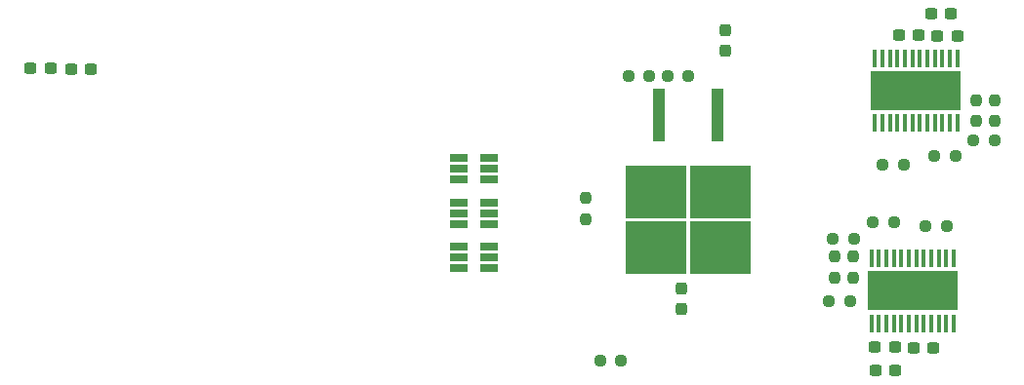
<source format=gbr>
%TF.GenerationSoftware,KiCad,Pcbnew,(6.0.2)*%
%TF.CreationDate,2023-02-07T01:45:27+03:00*%
%TF.ProjectId,Pistol_Camera_Driver,50697374-6f6c-45f4-9361-6d6572615f44,rev?*%
%TF.SameCoordinates,Original*%
%TF.FileFunction,Paste,Bot*%
%TF.FilePolarity,Positive*%
%FSLAX46Y46*%
G04 Gerber Fmt 4.6, Leading zero omitted, Abs format (unit mm)*
G04 Created by KiCad (PCBNEW (6.0.2)) date 2023-02-07 01:45:27*
%MOMM*%
%LPD*%
G01*
G04 APERTURE LIST*
G04 Aperture macros list*
%AMRoundRect*
0 Rectangle with rounded corners*
0 $1 Rounding radius*
0 $2 $3 $4 $5 $6 $7 $8 $9 X,Y pos of 4 corners*
0 Add a 4 corners polygon primitive as box body*
4,1,4,$2,$3,$4,$5,$6,$7,$8,$9,$2,$3,0*
0 Add four circle primitives for the rounded corners*
1,1,$1+$1,$2,$3*
1,1,$1+$1,$4,$5*
1,1,$1+$1,$6,$7*
1,1,$1+$1,$8,$9*
0 Add four rect primitives between the rounded corners*
20,1,$1+$1,$2,$3,$4,$5,0*
20,1,$1+$1,$4,$5,$6,$7,0*
20,1,$1+$1,$6,$7,$8,$9,0*
20,1,$1+$1,$8,$9,$2,$3,0*%
G04 Aperture macros list end*
%ADD10RoundRect,0.237500X0.237500X-0.250000X0.237500X0.250000X-0.237500X0.250000X-0.237500X-0.250000X0*%
%ADD11RoundRect,0.237500X-0.300000X-0.237500X0.300000X-0.237500X0.300000X0.237500X-0.300000X0.237500X0*%
%ADD12RoundRect,0.237500X-0.250000X-0.237500X0.250000X-0.237500X0.250000X0.237500X-0.250000X0.237500X0*%
%ADD13RoundRect,0.237500X0.250000X0.237500X-0.250000X0.237500X-0.250000X-0.237500X0.250000X-0.237500X0*%
%ADD14RoundRect,0.237500X-0.237500X0.250000X-0.237500X-0.250000X0.237500X-0.250000X0.237500X0.250000X0*%
%ADD15RoundRect,0.237500X0.300000X0.237500X-0.300000X0.237500X-0.300000X-0.237500X0.300000X-0.237500X0*%
%ADD16R,5.250000X4.550000*%
%ADD17R,1.100000X4.600000*%
%ADD18R,1.560000X0.650000*%
%ADD19RoundRect,0.237500X-0.237500X0.300000X-0.237500X-0.300000X0.237500X-0.300000X0.237500X0.300000X0*%
%ADD20R,0.300000X1.550000*%
%ADD21R,7.800000X3.400000*%
%ADD22RoundRect,0.237500X0.237500X-0.300000X0.237500X0.300000X-0.237500X0.300000X-0.237500X-0.300000X0*%
G04 APERTURE END LIST*
D10*
%TO.C,R15*%
X133250000Y-45250000D03*
X133250000Y-43425000D03*
%TD*%
D11*
%TO.C,C12*%
X163750000Y-29350000D03*
X165475000Y-29350000D03*
%TD*%
D12*
%TO.C,R6*%
X140337500Y-32850000D03*
X142162500Y-32850000D03*
%TD*%
D13*
%TO.C,R7*%
X164550000Y-45850000D03*
X162725000Y-45850000D03*
%TD*%
D14*
%TO.C,R10*%
X168700000Y-34937500D03*
X168700000Y-36762500D03*
%TD*%
D15*
%TO.C,C7*%
X163412500Y-56450000D03*
X161687500Y-56450000D03*
%TD*%
D16*
%TO.C,U2*%
X139375000Y-47775000D03*
X139375000Y-42925000D03*
X144925000Y-42925000D03*
X144925000Y-47775000D03*
D17*
X139610000Y-36200000D03*
X144690000Y-36200000D03*
%TD*%
D12*
%TO.C,R14*%
X134500000Y-57550000D03*
X136325000Y-57550000D03*
%TD*%
%TO.C,R3*%
X136937500Y-32850000D03*
X138762500Y-32850000D03*
%TD*%
D13*
%TO.C,R9*%
X168712500Y-38400000D03*
X166887500Y-38400000D03*
%TD*%
D10*
%TO.C,R1*%
X156450000Y-50362500D03*
X156450000Y-48537500D03*
%TD*%
%TO.C,R4*%
X154800000Y-50362500D03*
X154800000Y-48537500D03*
%TD*%
D11*
%TO.C,C3*%
X85100000Y-32180000D03*
X86825000Y-32180000D03*
%TD*%
D12*
%TO.C,R2*%
X154700000Y-46950000D03*
X156525000Y-46950000D03*
%TD*%
D11*
%TO.C,C5*%
X158387500Y-58400000D03*
X160112500Y-58400000D03*
%TD*%
%TO.C,C11*%
X160387500Y-29250000D03*
X162112500Y-29250000D03*
%TD*%
D12*
%TO.C,R12*%
X159000000Y-40550000D03*
X160825000Y-40550000D03*
%TD*%
%TO.C,R8*%
X154350000Y-52350000D03*
X156175000Y-52350000D03*
%TD*%
%TO.C,R5*%
X158137500Y-45550000D03*
X159962500Y-45550000D03*
%TD*%
D14*
%TO.C,R9*%
X167100000Y-34925000D03*
X167100000Y-36750000D03*
%TD*%
D18*
%TO.C,U8*%
X122200000Y-41850000D03*
X122200000Y-40900000D03*
X122200000Y-39950000D03*
X124900000Y-39950000D03*
X124900000Y-40900000D03*
X124900000Y-41850000D03*
%TD*%
D15*
%TO.C,C2*%
X90312500Y-32230000D03*
X88587500Y-32230000D03*
%TD*%
D11*
%TO.C,C10*%
X163187500Y-27450000D03*
X164912500Y-27450000D03*
%TD*%
D19*
%TO.C,C6*%
X141550000Y-51325000D03*
X141550000Y-53050000D03*
%TD*%
D18*
%TO.C,U6*%
X122200000Y-49550000D03*
X122200000Y-48600000D03*
X122200000Y-47650000D03*
X124900000Y-47650000D03*
X124900000Y-48600000D03*
X124900000Y-49550000D03*
%TD*%
D13*
%TO.C,R11*%
X165312500Y-39750000D03*
X163487500Y-39750000D03*
%TD*%
D20*
%TO.C,U4*%
X158025000Y-48700000D03*
X158675000Y-48700000D03*
X159325000Y-48700000D03*
X159975000Y-48700000D03*
X160625000Y-48700000D03*
X161275000Y-48700000D03*
X161925000Y-48700000D03*
X162575000Y-48700000D03*
X163225000Y-48700000D03*
X163875000Y-48700000D03*
X164525000Y-48700000D03*
X165175000Y-48700000D03*
X165175000Y-54300000D03*
X164525000Y-54300000D03*
X163875000Y-54300000D03*
X163225000Y-54300000D03*
X162575000Y-54300000D03*
X161925000Y-54300000D03*
X161275000Y-54300000D03*
X160625000Y-54300000D03*
X159975000Y-54300000D03*
X159325000Y-54300000D03*
X158675000Y-54300000D03*
X158025000Y-54300000D03*
D21*
X161600000Y-51500000D03*
%TD*%
D18*
%TO.C,U10*%
X122200000Y-45700000D03*
X122200000Y-44750000D03*
X122200000Y-43800000D03*
X124900000Y-43800000D03*
X124900000Y-44750000D03*
X124900000Y-45700000D03*
%TD*%
D20*
%TO.C,U5*%
X165475000Y-36900000D03*
X164825000Y-36900000D03*
X164175000Y-36900000D03*
X163525000Y-36900000D03*
X162875000Y-36900000D03*
X162225000Y-36900000D03*
X161575000Y-36900000D03*
X160925000Y-36900000D03*
X160275000Y-36900000D03*
X159625000Y-36900000D03*
X158975000Y-36900000D03*
X158325000Y-36900000D03*
X158325000Y-31300000D03*
X158975000Y-31300000D03*
X159625000Y-31300000D03*
X160275000Y-31300000D03*
X160925000Y-31300000D03*
X161575000Y-31300000D03*
X162225000Y-31300000D03*
X162875000Y-31300000D03*
X163525000Y-31300000D03*
X164175000Y-31300000D03*
X164825000Y-31300000D03*
X165475000Y-31300000D03*
D21*
X161900000Y-34100000D03*
%TD*%
D15*
%TO.C,C8*%
X160062500Y-56400000D03*
X158337500Y-56400000D03*
%TD*%
D22*
%TO.C,C4*%
X145350000Y-30612500D03*
X145350000Y-28887500D03*
%TD*%
M02*

</source>
